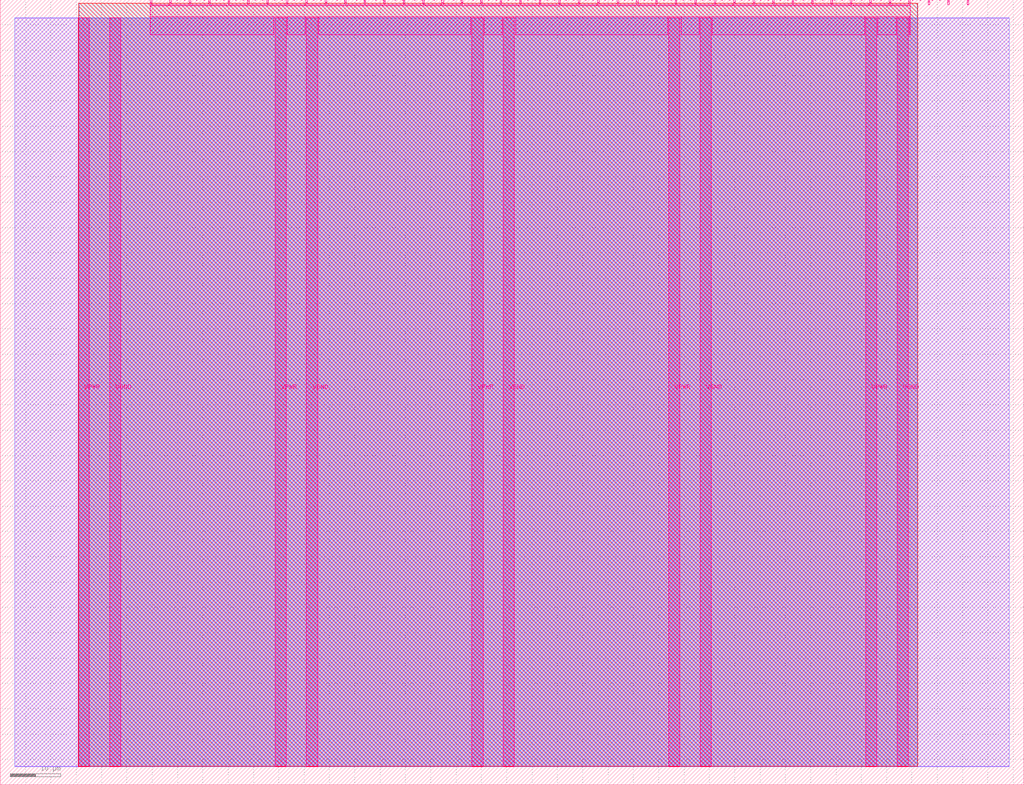
<source format=lef>
VERSION 5.7 ;
  NOWIREEXTENSIONATPIN ON ;
  DIVIDERCHAR "/" ;
  BUSBITCHARS "[]" ;
MACRO tt_um_wokwi_413387190167208961
  CLASS BLOCK ;
  FOREIGN tt_um_wokwi_413387190167208961 ;
  ORIGIN 0.000 0.000 ;
  SIZE 202.080 BY 154.980 ;
  PIN VGND
    DIRECTION INOUT ;
    USE GROUND ;
    PORT
      LAYER Metal5 ;
        RECT 21.580 3.560 23.780 151.420 ;
    END
    PORT
      LAYER Metal5 ;
        RECT 60.450 3.560 62.650 151.420 ;
    END
    PORT
      LAYER Metal5 ;
        RECT 99.320 3.560 101.520 151.420 ;
    END
    PORT
      LAYER Metal5 ;
        RECT 138.190 3.560 140.390 151.420 ;
    END
    PORT
      LAYER Metal5 ;
        RECT 177.060 3.560 179.260 151.420 ;
    END
  END VGND
  PIN VPWR
    DIRECTION INOUT ;
    USE POWER ;
    PORT
      LAYER Metal5 ;
        RECT 15.380 3.560 17.580 151.420 ;
    END
    PORT
      LAYER Metal5 ;
        RECT 54.250 3.560 56.450 151.420 ;
    END
    PORT
      LAYER Metal5 ;
        RECT 93.120 3.560 95.320 151.420 ;
    END
    PORT
      LAYER Metal5 ;
        RECT 131.990 3.560 134.190 151.420 ;
    END
    PORT
      LAYER Metal5 ;
        RECT 170.860 3.560 173.060 151.420 ;
    END
  END VPWR
  PIN clk
    DIRECTION INPUT ;
    USE SIGNAL ;
    PORT
      LAYER Metal5 ;
        RECT 187.050 153.980 187.350 154.980 ;
    END
  END clk
  PIN ena
    DIRECTION INPUT ;
    USE SIGNAL ;
    PORT
      LAYER Metal5 ;
        RECT 190.890 153.980 191.190 154.980 ;
    END
  END ena
  PIN rst_n
    DIRECTION INPUT ;
    USE SIGNAL ;
    PORT
      LAYER Metal5 ;
        RECT 183.210 153.980 183.510 154.980 ;
    END
  END rst_n
  PIN ui_in[0]
    DIRECTION INPUT ;
    USE SIGNAL ;
    ANTENNAGATEAREA 0.180700 ;
    PORT
      LAYER Metal5 ;
        RECT 179.370 153.980 179.670 154.980 ;
    END
  END ui_in[0]
  PIN ui_in[1]
    DIRECTION INPUT ;
    USE SIGNAL ;
    ANTENNAGATEAREA 0.180700 ;
    PORT
      LAYER Metal5 ;
        RECT 175.530 153.980 175.830 154.980 ;
    END
  END ui_in[1]
  PIN ui_in[2]
    DIRECTION INPUT ;
    USE SIGNAL ;
    ANTENNAGATEAREA 0.180700 ;
    PORT
      LAYER Metal5 ;
        RECT 171.690 153.980 171.990 154.980 ;
    END
  END ui_in[2]
  PIN ui_in[3]
    DIRECTION INPUT ;
    USE SIGNAL ;
    ANTENNAGATEAREA 0.180700 ;
    PORT
      LAYER Metal5 ;
        RECT 167.850 153.980 168.150 154.980 ;
    END
  END ui_in[3]
  PIN ui_in[4]
    DIRECTION INPUT ;
    USE SIGNAL ;
    ANTENNAGATEAREA 0.180700 ;
    PORT
      LAYER Metal5 ;
        RECT 164.010 153.980 164.310 154.980 ;
    END
  END ui_in[4]
  PIN ui_in[5]
    DIRECTION INPUT ;
    USE SIGNAL ;
    ANTENNAGATEAREA 0.180700 ;
    PORT
      LAYER Metal5 ;
        RECT 160.170 153.980 160.470 154.980 ;
    END
  END ui_in[5]
  PIN ui_in[6]
    DIRECTION INPUT ;
    USE SIGNAL ;
    ANTENNAGATEAREA 0.180700 ;
    PORT
      LAYER Metal5 ;
        RECT 156.330 153.980 156.630 154.980 ;
    END
  END ui_in[6]
  PIN ui_in[7]
    DIRECTION INPUT ;
    USE SIGNAL ;
    ANTENNAGATEAREA 0.180700 ;
    PORT
      LAYER Metal5 ;
        RECT 152.490 153.980 152.790 154.980 ;
    END
  END ui_in[7]
  PIN uio_in[0]
    DIRECTION INPUT ;
    USE SIGNAL ;
    PORT
      LAYER Metal5 ;
        RECT 148.650 153.980 148.950 154.980 ;
    END
  END uio_in[0]
  PIN uio_in[1]
    DIRECTION INPUT ;
    USE SIGNAL ;
    PORT
      LAYER Metal5 ;
        RECT 144.810 153.980 145.110 154.980 ;
    END
  END uio_in[1]
  PIN uio_in[2]
    DIRECTION INPUT ;
    USE SIGNAL ;
    PORT
      LAYER Metal5 ;
        RECT 140.970 153.980 141.270 154.980 ;
    END
  END uio_in[2]
  PIN uio_in[3]
    DIRECTION INPUT ;
    USE SIGNAL ;
    PORT
      LAYER Metal5 ;
        RECT 137.130 153.980 137.430 154.980 ;
    END
  END uio_in[3]
  PIN uio_in[4]
    DIRECTION INPUT ;
    USE SIGNAL ;
    PORT
      LAYER Metal5 ;
        RECT 133.290 153.980 133.590 154.980 ;
    END
  END uio_in[4]
  PIN uio_in[5]
    DIRECTION INPUT ;
    USE SIGNAL ;
    PORT
      LAYER Metal5 ;
        RECT 129.450 153.980 129.750 154.980 ;
    END
  END uio_in[5]
  PIN uio_in[6]
    DIRECTION INPUT ;
    USE SIGNAL ;
    PORT
      LAYER Metal5 ;
        RECT 125.610 153.980 125.910 154.980 ;
    END
  END uio_in[6]
  PIN uio_in[7]
    DIRECTION INPUT ;
    USE SIGNAL ;
    PORT
      LAYER Metal5 ;
        RECT 121.770 153.980 122.070 154.980 ;
    END
  END uio_in[7]
  PIN uio_oe[0]
    DIRECTION OUTPUT ;
    USE SIGNAL ;
    ANTENNADIFFAREA 0.299200 ;
    PORT
      LAYER Metal5 ;
        RECT 56.490 153.980 56.790 154.980 ;
    END
  END uio_oe[0]
  PIN uio_oe[1]
    DIRECTION OUTPUT ;
    USE SIGNAL ;
    ANTENNADIFFAREA 0.299200 ;
    PORT
      LAYER Metal5 ;
        RECT 52.650 153.980 52.950 154.980 ;
    END
  END uio_oe[1]
  PIN uio_oe[2]
    DIRECTION OUTPUT ;
    USE SIGNAL ;
    ANTENNADIFFAREA 0.299200 ;
    PORT
      LAYER Metal5 ;
        RECT 48.810 153.980 49.110 154.980 ;
    END
  END uio_oe[2]
  PIN uio_oe[3]
    DIRECTION OUTPUT ;
    USE SIGNAL ;
    ANTENNADIFFAREA 0.299200 ;
    PORT
      LAYER Metal5 ;
        RECT 44.970 153.980 45.270 154.980 ;
    END
  END uio_oe[3]
  PIN uio_oe[4]
    DIRECTION OUTPUT ;
    USE SIGNAL ;
    ANTENNADIFFAREA 0.299200 ;
    PORT
      LAYER Metal5 ;
        RECT 41.130 153.980 41.430 154.980 ;
    END
  END uio_oe[4]
  PIN uio_oe[5]
    DIRECTION OUTPUT ;
    USE SIGNAL ;
    ANTENNADIFFAREA 0.299200 ;
    PORT
      LAYER Metal5 ;
        RECT 37.290 153.980 37.590 154.980 ;
    END
  END uio_oe[5]
  PIN uio_oe[6]
    DIRECTION OUTPUT ;
    USE SIGNAL ;
    ANTENNADIFFAREA 0.299200 ;
    PORT
      LAYER Metal5 ;
        RECT 33.450 153.980 33.750 154.980 ;
    END
  END uio_oe[6]
  PIN uio_oe[7]
    DIRECTION OUTPUT ;
    USE SIGNAL ;
    ANTENNADIFFAREA 0.299200 ;
    PORT
      LAYER Metal5 ;
        RECT 29.610 153.980 29.910 154.980 ;
    END
  END uio_oe[7]
  PIN uio_out[0]
    DIRECTION OUTPUT ;
    USE SIGNAL ;
    ANTENNADIFFAREA 0.299200 ;
    PORT
      LAYER Metal5 ;
        RECT 87.210 153.980 87.510 154.980 ;
    END
  END uio_out[0]
  PIN uio_out[1]
    DIRECTION OUTPUT ;
    USE SIGNAL ;
    ANTENNADIFFAREA 0.299200 ;
    PORT
      LAYER Metal5 ;
        RECT 83.370 153.980 83.670 154.980 ;
    END
  END uio_out[1]
  PIN uio_out[2]
    DIRECTION OUTPUT ;
    USE SIGNAL ;
    ANTENNADIFFAREA 0.299200 ;
    PORT
      LAYER Metal5 ;
        RECT 79.530 153.980 79.830 154.980 ;
    END
  END uio_out[2]
  PIN uio_out[3]
    DIRECTION OUTPUT ;
    USE SIGNAL ;
    ANTENNADIFFAREA 0.299200 ;
    PORT
      LAYER Metal5 ;
        RECT 75.690 153.980 75.990 154.980 ;
    END
  END uio_out[3]
  PIN uio_out[4]
    DIRECTION OUTPUT ;
    USE SIGNAL ;
    ANTENNADIFFAREA 0.299200 ;
    PORT
      LAYER Metal5 ;
        RECT 71.850 153.980 72.150 154.980 ;
    END
  END uio_out[4]
  PIN uio_out[5]
    DIRECTION OUTPUT ;
    USE SIGNAL ;
    ANTENNADIFFAREA 0.299200 ;
    PORT
      LAYER Metal5 ;
        RECT 68.010 153.980 68.310 154.980 ;
    END
  END uio_out[5]
  PIN uio_out[6]
    DIRECTION OUTPUT ;
    USE SIGNAL ;
    ANTENNADIFFAREA 0.299200 ;
    PORT
      LAYER Metal5 ;
        RECT 64.170 153.980 64.470 154.980 ;
    END
  END uio_out[6]
  PIN uio_out[7]
    DIRECTION OUTPUT ;
    USE SIGNAL ;
    ANTENNADIFFAREA 0.299200 ;
    PORT
      LAYER Metal5 ;
        RECT 60.330 153.980 60.630 154.980 ;
    END
  END uio_out[7]
  PIN uo_out[0]
    DIRECTION OUTPUT ;
    USE SIGNAL ;
    ANTENNADIFFAREA 0.654800 ;
    PORT
      LAYER Metal5 ;
        RECT 117.930 153.980 118.230 154.980 ;
    END
  END uo_out[0]
  PIN uo_out[1]
    DIRECTION OUTPUT ;
    USE SIGNAL ;
    ANTENNADIFFAREA 0.654800 ;
    PORT
      LAYER Metal5 ;
        RECT 114.090 153.980 114.390 154.980 ;
    END
  END uo_out[1]
  PIN uo_out[2]
    DIRECTION OUTPUT ;
    USE SIGNAL ;
    ANTENNADIFFAREA 0.654800 ;
    PORT
      LAYER Metal5 ;
        RECT 110.250 153.980 110.550 154.980 ;
    END
  END uo_out[2]
  PIN uo_out[3]
    DIRECTION OUTPUT ;
    USE SIGNAL ;
    ANTENNADIFFAREA 0.654800 ;
    PORT
      LAYER Metal5 ;
        RECT 106.410 153.980 106.710 154.980 ;
    END
  END uo_out[3]
  PIN uo_out[4]
    DIRECTION OUTPUT ;
    USE SIGNAL ;
    ANTENNADIFFAREA 0.299200 ;
    PORT
      LAYER Metal5 ;
        RECT 102.570 153.980 102.870 154.980 ;
    END
  END uo_out[4]
  PIN uo_out[5]
    DIRECTION OUTPUT ;
    USE SIGNAL ;
    ANTENNADIFFAREA 0.299200 ;
    PORT
      LAYER Metal5 ;
        RECT 98.730 153.980 99.030 154.980 ;
    END
  END uo_out[5]
  PIN uo_out[6]
    DIRECTION OUTPUT ;
    USE SIGNAL ;
    ANTENNADIFFAREA 0.299200 ;
    PORT
      LAYER Metal5 ;
        RECT 94.890 153.980 95.190 154.980 ;
    END
  END uo_out[6]
  PIN uo_out[7]
    DIRECTION OUTPUT ;
    USE SIGNAL ;
    ANTENNADIFFAREA 0.299200 ;
    PORT
      LAYER Metal5 ;
        RECT 91.050 153.980 91.350 154.980 ;
    END
  END uo_out[7]
  OBS
      LAYER GatPoly ;
        RECT 2.880 3.630 199.200 151.350 ;
      LAYER Metal1 ;
        RECT 2.880 3.560 199.200 151.420 ;
      LAYER Metal2 ;
        RECT 15.515 3.680 181.105 151.300 ;
      LAYER Metal3 ;
        RECT 15.560 3.635 181.060 154.285 ;
      LAYER Metal4 ;
        RECT 15.515 3.680 181.105 154.240 ;
      LAYER Metal5 ;
        RECT 30.120 153.770 33.240 153.980 ;
        RECT 33.960 153.770 37.080 153.980 ;
        RECT 37.800 153.770 40.920 153.980 ;
        RECT 41.640 153.770 44.760 153.980 ;
        RECT 45.480 153.770 48.600 153.980 ;
        RECT 49.320 153.770 52.440 153.980 ;
        RECT 53.160 153.770 56.280 153.980 ;
        RECT 57.000 153.770 60.120 153.980 ;
        RECT 60.840 153.770 63.960 153.980 ;
        RECT 64.680 153.770 67.800 153.980 ;
        RECT 68.520 153.770 71.640 153.980 ;
        RECT 72.360 153.770 75.480 153.980 ;
        RECT 76.200 153.770 79.320 153.980 ;
        RECT 80.040 153.770 83.160 153.980 ;
        RECT 83.880 153.770 87.000 153.980 ;
        RECT 87.720 153.770 90.840 153.980 ;
        RECT 91.560 153.770 94.680 153.980 ;
        RECT 95.400 153.770 98.520 153.980 ;
        RECT 99.240 153.770 102.360 153.980 ;
        RECT 103.080 153.770 106.200 153.980 ;
        RECT 106.920 153.770 110.040 153.980 ;
        RECT 110.760 153.770 113.880 153.980 ;
        RECT 114.600 153.770 117.720 153.980 ;
        RECT 118.440 153.770 121.560 153.980 ;
        RECT 122.280 153.770 125.400 153.980 ;
        RECT 126.120 153.770 129.240 153.980 ;
        RECT 129.960 153.770 133.080 153.980 ;
        RECT 133.800 153.770 136.920 153.980 ;
        RECT 137.640 153.770 140.760 153.980 ;
        RECT 141.480 153.770 144.600 153.980 ;
        RECT 145.320 153.770 148.440 153.980 ;
        RECT 149.160 153.770 152.280 153.980 ;
        RECT 153.000 153.770 156.120 153.980 ;
        RECT 156.840 153.770 159.960 153.980 ;
        RECT 160.680 153.770 163.800 153.980 ;
        RECT 164.520 153.770 167.640 153.980 ;
        RECT 168.360 153.770 171.480 153.980 ;
        RECT 172.200 153.770 175.320 153.980 ;
        RECT 176.040 153.770 179.160 153.980 ;
        RECT 29.660 151.630 179.620 153.770 ;
        RECT 29.660 148.115 54.040 151.630 ;
        RECT 56.660 148.115 60.240 151.630 ;
        RECT 62.860 148.115 92.910 151.630 ;
        RECT 95.530 148.115 99.110 151.630 ;
        RECT 101.730 148.115 131.780 151.630 ;
        RECT 134.400 148.115 137.980 151.630 ;
        RECT 140.600 148.115 170.650 151.630 ;
        RECT 173.270 148.115 176.850 151.630 ;
        RECT 179.470 148.115 179.620 151.630 ;
  END
END tt_um_wokwi_413387190167208961
END LIBRARY


</source>
